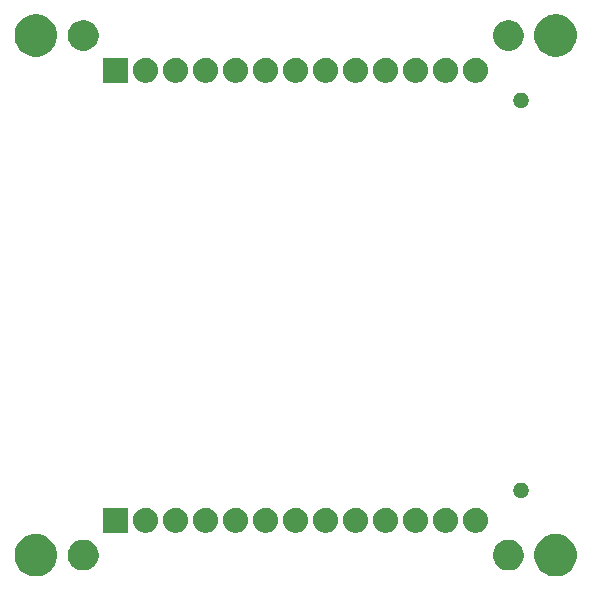
<source format=gbr>
G04 #@! TF.GenerationSoftware,KiCad,Pcbnew,5.0.2-bee76a0~70~ubuntu18.04.1*
G04 #@! TF.CreationDate,2019-05-13T00:01:04+09:00*
G04 #@! TF.ProjectId,bottom_pcb,626f7474-6f6d-45f7-9063-622e6b696361,rev?*
G04 #@! TF.SameCoordinates,Original*
G04 #@! TF.FileFunction,Soldermask,Top*
G04 #@! TF.FilePolarity,Negative*
%FSLAX46Y46*%
G04 Gerber Fmt 4.6, Leading zero omitted, Abs format (unit mm)*
G04 Created by KiCad (PCBNEW 5.0.2-bee76a0~70~ubuntu18.04.1) date 2019年05月13日 00時01分04秒*
%MOMM*%
%LPD*%
G01*
G04 APERTURE LIST*
%ADD10C,0.100000*%
G04 APERTURE END LIST*
D10*
G36*
X147409122Y-95246115D02*
X147525041Y-95269173D01*
X147852620Y-95404861D01*
X148143511Y-95599228D01*
X148147436Y-95601851D01*
X148398149Y-95852564D01*
X148398151Y-95852567D01*
X148595139Y-96147380D01*
X148730827Y-96474959D01*
X148800000Y-96822716D01*
X148800000Y-97177284D01*
X148730827Y-97525041D01*
X148595139Y-97852620D01*
X148400772Y-98143511D01*
X148398149Y-98147436D01*
X148147436Y-98398149D01*
X148147433Y-98398151D01*
X147852620Y-98595139D01*
X147525041Y-98730827D01*
X147409122Y-98753885D01*
X147177286Y-98800000D01*
X146822714Y-98800000D01*
X146590878Y-98753885D01*
X146474959Y-98730827D01*
X146147380Y-98595139D01*
X145852567Y-98398151D01*
X145852564Y-98398149D01*
X145601851Y-98147436D01*
X145599228Y-98143511D01*
X145404861Y-97852620D01*
X145269173Y-97525041D01*
X145200000Y-97177284D01*
X145200000Y-96822716D01*
X145269173Y-96474959D01*
X145404861Y-96147380D01*
X145601849Y-95852567D01*
X145601851Y-95852564D01*
X145852564Y-95601851D01*
X145856489Y-95599228D01*
X146147380Y-95404861D01*
X146474959Y-95269173D01*
X146590878Y-95246115D01*
X146822714Y-95200000D01*
X147177286Y-95200000D01*
X147409122Y-95246115D01*
X147409122Y-95246115D01*
G37*
G36*
X103409122Y-95246115D02*
X103525041Y-95269173D01*
X103852620Y-95404861D01*
X104143511Y-95599228D01*
X104147436Y-95601851D01*
X104398149Y-95852564D01*
X104398151Y-95852567D01*
X104595139Y-96147380D01*
X104730827Y-96474959D01*
X104800000Y-96822716D01*
X104800000Y-97177284D01*
X104730827Y-97525041D01*
X104595139Y-97852620D01*
X104400772Y-98143511D01*
X104398149Y-98147436D01*
X104147436Y-98398149D01*
X104147433Y-98398151D01*
X103852620Y-98595139D01*
X103525041Y-98730827D01*
X103409122Y-98753885D01*
X103177286Y-98800000D01*
X102822714Y-98800000D01*
X102590878Y-98753885D01*
X102474959Y-98730827D01*
X102147380Y-98595139D01*
X101852567Y-98398151D01*
X101852564Y-98398149D01*
X101601851Y-98147436D01*
X101599228Y-98143511D01*
X101404861Y-97852620D01*
X101269173Y-97525041D01*
X101200000Y-97177284D01*
X101200000Y-96822716D01*
X101269173Y-96474959D01*
X101404861Y-96147380D01*
X101601849Y-95852567D01*
X101601851Y-95852564D01*
X101852564Y-95601851D01*
X101856489Y-95599228D01*
X102147380Y-95404861D01*
X102474959Y-95269173D01*
X102590878Y-95246115D01*
X102822714Y-95200000D01*
X103177286Y-95200000D01*
X103409122Y-95246115D01*
X103409122Y-95246115D01*
G37*
G36*
X107379196Y-95749958D02*
X107615780Y-95847954D01*
X107828705Y-95990226D01*
X108009774Y-96171295D01*
X108152046Y-96384220D01*
X108250042Y-96620804D01*
X108300000Y-96871960D01*
X108300000Y-97128040D01*
X108250042Y-97379196D01*
X108152046Y-97615780D01*
X108009774Y-97828705D01*
X107828705Y-98009774D01*
X107615780Y-98152046D01*
X107379196Y-98250042D01*
X107128040Y-98300000D01*
X106871960Y-98300000D01*
X106620804Y-98250042D01*
X106384220Y-98152046D01*
X106171295Y-98009774D01*
X105990226Y-97828705D01*
X105847954Y-97615780D01*
X105749958Y-97379196D01*
X105700000Y-97128040D01*
X105700000Y-96871960D01*
X105749958Y-96620804D01*
X105847954Y-96384220D01*
X105990226Y-96171295D01*
X106171295Y-95990226D01*
X106384220Y-95847954D01*
X106620804Y-95749958D01*
X106871960Y-95700000D01*
X107128040Y-95700000D01*
X107379196Y-95749958D01*
X107379196Y-95749958D01*
G37*
G36*
X143379196Y-95749958D02*
X143615780Y-95847954D01*
X143828705Y-95990226D01*
X144009774Y-96171295D01*
X144152046Y-96384220D01*
X144250042Y-96620804D01*
X144300000Y-96871960D01*
X144300000Y-97128040D01*
X144250042Y-97379196D01*
X144152046Y-97615780D01*
X144009774Y-97828705D01*
X143828705Y-98009774D01*
X143615780Y-98152046D01*
X143379196Y-98250042D01*
X143128040Y-98300000D01*
X142871960Y-98300000D01*
X142620804Y-98250042D01*
X142384220Y-98152046D01*
X142171295Y-98009774D01*
X141990226Y-97828705D01*
X141847954Y-97615780D01*
X141749958Y-97379196D01*
X141700000Y-97128040D01*
X141700000Y-96871960D01*
X141749958Y-96620804D01*
X141847954Y-96384220D01*
X141990226Y-96171295D01*
X142171295Y-95990226D01*
X142384220Y-95847954D01*
X142620804Y-95749958D01*
X142871960Y-95700000D01*
X143128040Y-95700000D01*
X143379196Y-95749958D01*
X143379196Y-95749958D01*
G37*
G36*
X125118707Y-93007596D02*
X125195836Y-93015193D01*
X125327787Y-93055220D01*
X125393763Y-93075233D01*
X125576172Y-93172733D01*
X125736054Y-93303946D01*
X125867267Y-93463828D01*
X125964767Y-93646237D01*
X125964767Y-93646238D01*
X126024807Y-93844164D01*
X126045080Y-94050000D01*
X126024807Y-94255836D01*
X125984780Y-94387787D01*
X125964767Y-94453763D01*
X125867267Y-94636172D01*
X125736054Y-94796054D01*
X125576172Y-94927267D01*
X125393763Y-95024767D01*
X125327787Y-95044780D01*
X125195836Y-95084807D01*
X125118707Y-95092403D01*
X125041580Y-95100000D01*
X124938420Y-95100000D01*
X124861293Y-95092403D01*
X124784164Y-95084807D01*
X124652213Y-95044780D01*
X124586237Y-95024767D01*
X124403828Y-94927267D01*
X124243946Y-94796054D01*
X124112733Y-94636172D01*
X124015233Y-94453763D01*
X123995220Y-94387787D01*
X123955193Y-94255836D01*
X123934920Y-94050000D01*
X123955193Y-93844164D01*
X124015233Y-93646238D01*
X124015233Y-93646237D01*
X124112733Y-93463828D01*
X124243946Y-93303946D01*
X124403828Y-93172733D01*
X124586237Y-93075233D01*
X124652213Y-93055220D01*
X124784164Y-93015193D01*
X124861293Y-93007596D01*
X124938420Y-93000000D01*
X125041580Y-93000000D01*
X125118707Y-93007596D01*
X125118707Y-93007596D01*
G37*
G36*
X110800000Y-95100000D02*
X108700000Y-95100000D01*
X108700000Y-93000000D01*
X110800000Y-93000000D01*
X110800000Y-95100000D01*
X110800000Y-95100000D01*
G37*
G36*
X112418707Y-93007596D02*
X112495836Y-93015193D01*
X112627787Y-93055220D01*
X112693763Y-93075233D01*
X112876172Y-93172733D01*
X113036054Y-93303946D01*
X113167267Y-93463828D01*
X113264767Y-93646237D01*
X113264767Y-93646238D01*
X113324807Y-93844164D01*
X113345080Y-94050000D01*
X113324807Y-94255836D01*
X113284780Y-94387787D01*
X113264767Y-94453763D01*
X113167267Y-94636172D01*
X113036054Y-94796054D01*
X112876172Y-94927267D01*
X112693763Y-95024767D01*
X112627787Y-95044780D01*
X112495836Y-95084807D01*
X112418707Y-95092403D01*
X112341580Y-95100000D01*
X112238420Y-95100000D01*
X112161293Y-95092403D01*
X112084164Y-95084807D01*
X111952213Y-95044780D01*
X111886237Y-95024767D01*
X111703828Y-94927267D01*
X111543946Y-94796054D01*
X111412733Y-94636172D01*
X111315233Y-94453763D01*
X111295220Y-94387787D01*
X111255193Y-94255836D01*
X111234920Y-94050000D01*
X111255193Y-93844164D01*
X111315233Y-93646238D01*
X111315233Y-93646237D01*
X111412733Y-93463828D01*
X111543946Y-93303946D01*
X111703828Y-93172733D01*
X111886237Y-93075233D01*
X111952213Y-93055220D01*
X112084164Y-93015193D01*
X112161293Y-93007596D01*
X112238420Y-93000000D01*
X112341580Y-93000000D01*
X112418707Y-93007596D01*
X112418707Y-93007596D01*
G37*
G36*
X114958707Y-93007596D02*
X115035836Y-93015193D01*
X115167787Y-93055220D01*
X115233763Y-93075233D01*
X115416172Y-93172733D01*
X115576054Y-93303946D01*
X115707267Y-93463828D01*
X115804767Y-93646237D01*
X115804767Y-93646238D01*
X115864807Y-93844164D01*
X115885080Y-94050000D01*
X115864807Y-94255836D01*
X115824780Y-94387787D01*
X115804767Y-94453763D01*
X115707267Y-94636172D01*
X115576054Y-94796054D01*
X115416172Y-94927267D01*
X115233763Y-95024767D01*
X115167787Y-95044780D01*
X115035836Y-95084807D01*
X114958707Y-95092403D01*
X114881580Y-95100000D01*
X114778420Y-95100000D01*
X114701293Y-95092403D01*
X114624164Y-95084807D01*
X114492213Y-95044780D01*
X114426237Y-95024767D01*
X114243828Y-94927267D01*
X114083946Y-94796054D01*
X113952733Y-94636172D01*
X113855233Y-94453763D01*
X113835220Y-94387787D01*
X113795193Y-94255836D01*
X113774920Y-94050000D01*
X113795193Y-93844164D01*
X113855233Y-93646238D01*
X113855233Y-93646237D01*
X113952733Y-93463828D01*
X114083946Y-93303946D01*
X114243828Y-93172733D01*
X114426237Y-93075233D01*
X114492213Y-93055220D01*
X114624164Y-93015193D01*
X114701293Y-93007596D01*
X114778420Y-93000000D01*
X114881580Y-93000000D01*
X114958707Y-93007596D01*
X114958707Y-93007596D01*
G37*
G36*
X117498707Y-93007596D02*
X117575836Y-93015193D01*
X117707787Y-93055220D01*
X117773763Y-93075233D01*
X117956172Y-93172733D01*
X118116054Y-93303946D01*
X118247267Y-93463828D01*
X118344767Y-93646237D01*
X118344767Y-93646238D01*
X118404807Y-93844164D01*
X118425080Y-94050000D01*
X118404807Y-94255836D01*
X118364780Y-94387787D01*
X118344767Y-94453763D01*
X118247267Y-94636172D01*
X118116054Y-94796054D01*
X117956172Y-94927267D01*
X117773763Y-95024767D01*
X117707787Y-95044780D01*
X117575836Y-95084807D01*
X117498707Y-95092403D01*
X117421580Y-95100000D01*
X117318420Y-95100000D01*
X117241293Y-95092403D01*
X117164164Y-95084807D01*
X117032213Y-95044780D01*
X116966237Y-95024767D01*
X116783828Y-94927267D01*
X116623946Y-94796054D01*
X116492733Y-94636172D01*
X116395233Y-94453763D01*
X116375220Y-94387787D01*
X116335193Y-94255836D01*
X116314920Y-94050000D01*
X116335193Y-93844164D01*
X116395233Y-93646238D01*
X116395233Y-93646237D01*
X116492733Y-93463828D01*
X116623946Y-93303946D01*
X116783828Y-93172733D01*
X116966237Y-93075233D01*
X117032213Y-93055220D01*
X117164164Y-93015193D01*
X117241293Y-93007596D01*
X117318420Y-93000000D01*
X117421580Y-93000000D01*
X117498707Y-93007596D01*
X117498707Y-93007596D01*
G37*
G36*
X120038707Y-93007596D02*
X120115836Y-93015193D01*
X120247787Y-93055220D01*
X120313763Y-93075233D01*
X120496172Y-93172733D01*
X120656054Y-93303946D01*
X120787267Y-93463828D01*
X120884767Y-93646237D01*
X120884767Y-93646238D01*
X120944807Y-93844164D01*
X120965080Y-94050000D01*
X120944807Y-94255836D01*
X120904780Y-94387787D01*
X120884767Y-94453763D01*
X120787267Y-94636172D01*
X120656054Y-94796054D01*
X120496172Y-94927267D01*
X120313763Y-95024767D01*
X120247787Y-95044780D01*
X120115836Y-95084807D01*
X120038707Y-95092403D01*
X119961580Y-95100000D01*
X119858420Y-95100000D01*
X119781293Y-95092403D01*
X119704164Y-95084807D01*
X119572213Y-95044780D01*
X119506237Y-95024767D01*
X119323828Y-94927267D01*
X119163946Y-94796054D01*
X119032733Y-94636172D01*
X118935233Y-94453763D01*
X118915220Y-94387787D01*
X118875193Y-94255836D01*
X118854920Y-94050000D01*
X118875193Y-93844164D01*
X118935233Y-93646238D01*
X118935233Y-93646237D01*
X119032733Y-93463828D01*
X119163946Y-93303946D01*
X119323828Y-93172733D01*
X119506237Y-93075233D01*
X119572213Y-93055220D01*
X119704164Y-93015193D01*
X119781293Y-93007596D01*
X119858420Y-93000000D01*
X119961580Y-93000000D01*
X120038707Y-93007596D01*
X120038707Y-93007596D01*
G37*
G36*
X122578707Y-93007596D02*
X122655836Y-93015193D01*
X122787787Y-93055220D01*
X122853763Y-93075233D01*
X123036172Y-93172733D01*
X123196054Y-93303946D01*
X123327267Y-93463828D01*
X123424767Y-93646237D01*
X123424767Y-93646238D01*
X123484807Y-93844164D01*
X123505080Y-94050000D01*
X123484807Y-94255836D01*
X123444780Y-94387787D01*
X123424767Y-94453763D01*
X123327267Y-94636172D01*
X123196054Y-94796054D01*
X123036172Y-94927267D01*
X122853763Y-95024767D01*
X122787787Y-95044780D01*
X122655836Y-95084807D01*
X122578707Y-95092403D01*
X122501580Y-95100000D01*
X122398420Y-95100000D01*
X122321293Y-95092403D01*
X122244164Y-95084807D01*
X122112213Y-95044780D01*
X122046237Y-95024767D01*
X121863828Y-94927267D01*
X121703946Y-94796054D01*
X121572733Y-94636172D01*
X121475233Y-94453763D01*
X121455220Y-94387787D01*
X121415193Y-94255836D01*
X121394920Y-94050000D01*
X121415193Y-93844164D01*
X121475233Y-93646238D01*
X121475233Y-93646237D01*
X121572733Y-93463828D01*
X121703946Y-93303946D01*
X121863828Y-93172733D01*
X122046237Y-93075233D01*
X122112213Y-93055220D01*
X122244164Y-93015193D01*
X122321293Y-93007596D01*
X122398420Y-93000000D01*
X122501580Y-93000000D01*
X122578707Y-93007596D01*
X122578707Y-93007596D01*
G37*
G36*
X127658707Y-93007596D02*
X127735836Y-93015193D01*
X127867787Y-93055220D01*
X127933763Y-93075233D01*
X128116172Y-93172733D01*
X128276054Y-93303946D01*
X128407267Y-93463828D01*
X128504767Y-93646237D01*
X128504767Y-93646238D01*
X128564807Y-93844164D01*
X128585080Y-94050000D01*
X128564807Y-94255836D01*
X128524780Y-94387787D01*
X128504767Y-94453763D01*
X128407267Y-94636172D01*
X128276054Y-94796054D01*
X128116172Y-94927267D01*
X127933763Y-95024767D01*
X127867787Y-95044780D01*
X127735836Y-95084807D01*
X127658707Y-95092403D01*
X127581580Y-95100000D01*
X127478420Y-95100000D01*
X127401293Y-95092403D01*
X127324164Y-95084807D01*
X127192213Y-95044780D01*
X127126237Y-95024767D01*
X126943828Y-94927267D01*
X126783946Y-94796054D01*
X126652733Y-94636172D01*
X126555233Y-94453763D01*
X126535220Y-94387787D01*
X126495193Y-94255836D01*
X126474920Y-94050000D01*
X126495193Y-93844164D01*
X126555233Y-93646238D01*
X126555233Y-93646237D01*
X126652733Y-93463828D01*
X126783946Y-93303946D01*
X126943828Y-93172733D01*
X127126237Y-93075233D01*
X127192213Y-93055220D01*
X127324164Y-93015193D01*
X127401293Y-93007596D01*
X127478420Y-93000000D01*
X127581580Y-93000000D01*
X127658707Y-93007596D01*
X127658707Y-93007596D01*
G37*
G36*
X130198707Y-93007596D02*
X130275836Y-93015193D01*
X130407787Y-93055220D01*
X130473763Y-93075233D01*
X130656172Y-93172733D01*
X130816054Y-93303946D01*
X130947267Y-93463828D01*
X131044767Y-93646237D01*
X131044767Y-93646238D01*
X131104807Y-93844164D01*
X131125080Y-94050000D01*
X131104807Y-94255836D01*
X131064780Y-94387787D01*
X131044767Y-94453763D01*
X130947267Y-94636172D01*
X130816054Y-94796054D01*
X130656172Y-94927267D01*
X130473763Y-95024767D01*
X130407787Y-95044780D01*
X130275836Y-95084807D01*
X130198707Y-95092403D01*
X130121580Y-95100000D01*
X130018420Y-95100000D01*
X129941293Y-95092403D01*
X129864164Y-95084807D01*
X129732213Y-95044780D01*
X129666237Y-95024767D01*
X129483828Y-94927267D01*
X129323946Y-94796054D01*
X129192733Y-94636172D01*
X129095233Y-94453763D01*
X129075220Y-94387787D01*
X129035193Y-94255836D01*
X129014920Y-94050000D01*
X129035193Y-93844164D01*
X129095233Y-93646238D01*
X129095233Y-93646237D01*
X129192733Y-93463828D01*
X129323946Y-93303946D01*
X129483828Y-93172733D01*
X129666237Y-93075233D01*
X129732213Y-93055220D01*
X129864164Y-93015193D01*
X129941293Y-93007596D01*
X130018420Y-93000000D01*
X130121580Y-93000000D01*
X130198707Y-93007596D01*
X130198707Y-93007596D01*
G37*
G36*
X135278707Y-93007596D02*
X135355836Y-93015193D01*
X135487787Y-93055220D01*
X135553763Y-93075233D01*
X135736172Y-93172733D01*
X135896054Y-93303946D01*
X136027267Y-93463828D01*
X136124767Y-93646237D01*
X136124767Y-93646238D01*
X136184807Y-93844164D01*
X136205080Y-94050000D01*
X136184807Y-94255836D01*
X136144780Y-94387787D01*
X136124767Y-94453763D01*
X136027267Y-94636172D01*
X135896054Y-94796054D01*
X135736172Y-94927267D01*
X135553763Y-95024767D01*
X135487787Y-95044780D01*
X135355836Y-95084807D01*
X135278707Y-95092403D01*
X135201580Y-95100000D01*
X135098420Y-95100000D01*
X135021293Y-95092403D01*
X134944164Y-95084807D01*
X134812213Y-95044780D01*
X134746237Y-95024767D01*
X134563828Y-94927267D01*
X134403946Y-94796054D01*
X134272733Y-94636172D01*
X134175233Y-94453763D01*
X134155220Y-94387787D01*
X134115193Y-94255836D01*
X134094920Y-94050000D01*
X134115193Y-93844164D01*
X134175233Y-93646238D01*
X134175233Y-93646237D01*
X134272733Y-93463828D01*
X134403946Y-93303946D01*
X134563828Y-93172733D01*
X134746237Y-93075233D01*
X134812213Y-93055220D01*
X134944164Y-93015193D01*
X135021293Y-93007596D01*
X135098420Y-93000000D01*
X135201580Y-93000000D01*
X135278707Y-93007596D01*
X135278707Y-93007596D01*
G37*
G36*
X137818707Y-93007596D02*
X137895836Y-93015193D01*
X138027787Y-93055220D01*
X138093763Y-93075233D01*
X138276172Y-93172733D01*
X138436054Y-93303946D01*
X138567267Y-93463828D01*
X138664767Y-93646237D01*
X138664767Y-93646238D01*
X138724807Y-93844164D01*
X138745080Y-94050000D01*
X138724807Y-94255836D01*
X138684780Y-94387787D01*
X138664767Y-94453763D01*
X138567267Y-94636172D01*
X138436054Y-94796054D01*
X138276172Y-94927267D01*
X138093763Y-95024767D01*
X138027787Y-95044780D01*
X137895836Y-95084807D01*
X137818707Y-95092403D01*
X137741580Y-95100000D01*
X137638420Y-95100000D01*
X137561293Y-95092403D01*
X137484164Y-95084807D01*
X137352213Y-95044780D01*
X137286237Y-95024767D01*
X137103828Y-94927267D01*
X136943946Y-94796054D01*
X136812733Y-94636172D01*
X136715233Y-94453763D01*
X136695220Y-94387787D01*
X136655193Y-94255836D01*
X136634920Y-94050000D01*
X136655193Y-93844164D01*
X136715233Y-93646238D01*
X136715233Y-93646237D01*
X136812733Y-93463828D01*
X136943946Y-93303946D01*
X137103828Y-93172733D01*
X137286237Y-93075233D01*
X137352213Y-93055220D01*
X137484164Y-93015193D01*
X137561293Y-93007596D01*
X137638420Y-93000000D01*
X137741580Y-93000000D01*
X137818707Y-93007596D01*
X137818707Y-93007596D01*
G37*
G36*
X132738707Y-93007596D02*
X132815836Y-93015193D01*
X132947787Y-93055220D01*
X133013763Y-93075233D01*
X133196172Y-93172733D01*
X133356054Y-93303946D01*
X133487267Y-93463828D01*
X133584767Y-93646237D01*
X133584767Y-93646238D01*
X133644807Y-93844164D01*
X133665080Y-94050000D01*
X133644807Y-94255836D01*
X133604780Y-94387787D01*
X133584767Y-94453763D01*
X133487267Y-94636172D01*
X133356054Y-94796054D01*
X133196172Y-94927267D01*
X133013763Y-95024767D01*
X132947787Y-95044780D01*
X132815836Y-95084807D01*
X132738707Y-95092403D01*
X132661580Y-95100000D01*
X132558420Y-95100000D01*
X132481293Y-95092403D01*
X132404164Y-95084807D01*
X132272213Y-95044780D01*
X132206237Y-95024767D01*
X132023828Y-94927267D01*
X131863946Y-94796054D01*
X131732733Y-94636172D01*
X131635233Y-94453763D01*
X131615220Y-94387787D01*
X131575193Y-94255836D01*
X131554920Y-94050000D01*
X131575193Y-93844164D01*
X131635233Y-93646238D01*
X131635233Y-93646237D01*
X131732733Y-93463828D01*
X131863946Y-93303946D01*
X132023828Y-93172733D01*
X132206237Y-93075233D01*
X132272213Y-93055220D01*
X132404164Y-93015193D01*
X132481293Y-93007596D01*
X132558420Y-93000000D01*
X132661580Y-93000000D01*
X132738707Y-93007596D01*
X132738707Y-93007596D01*
G37*
G36*
X140358707Y-93007596D02*
X140435836Y-93015193D01*
X140567787Y-93055220D01*
X140633763Y-93075233D01*
X140816172Y-93172733D01*
X140976054Y-93303946D01*
X141107267Y-93463828D01*
X141204767Y-93646237D01*
X141204767Y-93646238D01*
X141264807Y-93844164D01*
X141285080Y-94050000D01*
X141264807Y-94255836D01*
X141224780Y-94387787D01*
X141204767Y-94453763D01*
X141107267Y-94636172D01*
X140976054Y-94796054D01*
X140816172Y-94927267D01*
X140633763Y-95024767D01*
X140567787Y-95044780D01*
X140435836Y-95084807D01*
X140358707Y-95092403D01*
X140281580Y-95100000D01*
X140178420Y-95100000D01*
X140101293Y-95092403D01*
X140024164Y-95084807D01*
X139892213Y-95044780D01*
X139826237Y-95024767D01*
X139643828Y-94927267D01*
X139483946Y-94796054D01*
X139352733Y-94636172D01*
X139255233Y-94453763D01*
X139235220Y-94387787D01*
X139195193Y-94255836D01*
X139174920Y-94050000D01*
X139195193Y-93844164D01*
X139255233Y-93646238D01*
X139255233Y-93646237D01*
X139352733Y-93463828D01*
X139483946Y-93303946D01*
X139643828Y-93172733D01*
X139826237Y-93075233D01*
X139892213Y-93055220D01*
X140024164Y-93015193D01*
X140101293Y-93007596D01*
X140178420Y-93000000D01*
X140281580Y-93000000D01*
X140358707Y-93007596D01*
X140358707Y-93007596D01*
G37*
G36*
X144221738Y-90876653D02*
X144263598Y-90884979D01*
X144298245Y-90899330D01*
X144381890Y-90933977D01*
X144488354Y-91005114D01*
X144578886Y-91095646D01*
X144650023Y-91202110D01*
X144699021Y-91320403D01*
X144724000Y-91445979D01*
X144724000Y-91574021D01*
X144699021Y-91699597D01*
X144650023Y-91817890D01*
X144578886Y-91924354D01*
X144488354Y-92014886D01*
X144381890Y-92086023D01*
X144298245Y-92120670D01*
X144263598Y-92135021D01*
X144221738Y-92143347D01*
X144138021Y-92160000D01*
X144009979Y-92160000D01*
X143926262Y-92143347D01*
X143884402Y-92135021D01*
X143849755Y-92120670D01*
X143766110Y-92086023D01*
X143659646Y-92014886D01*
X143569114Y-91924354D01*
X143497977Y-91817890D01*
X143448979Y-91699597D01*
X143424000Y-91574021D01*
X143424000Y-91445979D01*
X143448979Y-91320403D01*
X143497977Y-91202110D01*
X143569114Y-91095646D01*
X143659646Y-91005114D01*
X143766110Y-90933977D01*
X143849755Y-90899330D01*
X143884402Y-90884979D01*
X143926262Y-90876653D01*
X144009979Y-90860000D01*
X144138021Y-90860000D01*
X144221738Y-90876653D01*
X144221738Y-90876653D01*
G37*
G36*
X144221738Y-57856653D02*
X144263598Y-57864979D01*
X144298245Y-57879330D01*
X144381890Y-57913977D01*
X144488354Y-57985114D01*
X144578886Y-58075646D01*
X144650023Y-58182110D01*
X144699021Y-58300403D01*
X144724000Y-58425979D01*
X144724000Y-58554021D01*
X144699021Y-58679597D01*
X144650023Y-58797890D01*
X144578886Y-58904354D01*
X144488354Y-58994886D01*
X144381890Y-59066023D01*
X144298245Y-59100670D01*
X144263598Y-59115021D01*
X144221738Y-59123347D01*
X144138021Y-59140000D01*
X144009979Y-59140000D01*
X143926262Y-59123347D01*
X143884402Y-59115021D01*
X143849755Y-59100670D01*
X143766110Y-59066023D01*
X143659646Y-58994886D01*
X143569114Y-58904354D01*
X143497977Y-58797890D01*
X143448979Y-58679597D01*
X143424000Y-58554021D01*
X143424000Y-58425979D01*
X143448979Y-58300403D01*
X143497977Y-58182110D01*
X143569114Y-58075646D01*
X143659646Y-57985114D01*
X143766110Y-57913977D01*
X143849755Y-57879330D01*
X143884402Y-57864979D01*
X143926262Y-57856653D01*
X144009979Y-57840000D01*
X144138021Y-57840000D01*
X144221738Y-57856653D01*
X144221738Y-57856653D01*
G37*
G36*
X140358707Y-54907596D02*
X140435836Y-54915193D01*
X140567787Y-54955220D01*
X140633763Y-54975233D01*
X140816172Y-55072733D01*
X140976054Y-55203946D01*
X141107267Y-55363828D01*
X141204767Y-55546237D01*
X141204767Y-55546238D01*
X141264807Y-55744164D01*
X141285080Y-55950000D01*
X141264807Y-56155836D01*
X141224780Y-56287787D01*
X141204767Y-56353763D01*
X141107267Y-56536172D01*
X140976054Y-56696054D01*
X140816172Y-56827267D01*
X140633763Y-56924767D01*
X140567787Y-56944780D01*
X140435836Y-56984807D01*
X140358707Y-56992403D01*
X140281580Y-57000000D01*
X140178420Y-57000000D01*
X140101293Y-56992403D01*
X140024164Y-56984807D01*
X139892213Y-56944780D01*
X139826237Y-56924767D01*
X139643828Y-56827267D01*
X139483946Y-56696054D01*
X139352733Y-56536172D01*
X139255233Y-56353763D01*
X139235220Y-56287787D01*
X139195193Y-56155836D01*
X139174920Y-55950000D01*
X139195193Y-55744164D01*
X139255233Y-55546238D01*
X139255233Y-55546237D01*
X139352733Y-55363828D01*
X139483946Y-55203946D01*
X139643828Y-55072733D01*
X139826237Y-54975233D01*
X139892213Y-54955220D01*
X140024164Y-54915193D01*
X140101293Y-54907596D01*
X140178420Y-54900000D01*
X140281580Y-54900000D01*
X140358707Y-54907596D01*
X140358707Y-54907596D01*
G37*
G36*
X117498707Y-54907596D02*
X117575836Y-54915193D01*
X117707787Y-54955220D01*
X117773763Y-54975233D01*
X117956172Y-55072733D01*
X118116054Y-55203946D01*
X118247267Y-55363828D01*
X118344767Y-55546237D01*
X118344767Y-55546238D01*
X118404807Y-55744164D01*
X118425080Y-55950000D01*
X118404807Y-56155836D01*
X118364780Y-56287787D01*
X118344767Y-56353763D01*
X118247267Y-56536172D01*
X118116054Y-56696054D01*
X117956172Y-56827267D01*
X117773763Y-56924767D01*
X117707787Y-56944780D01*
X117575836Y-56984807D01*
X117498707Y-56992403D01*
X117421580Y-57000000D01*
X117318420Y-57000000D01*
X117241293Y-56992403D01*
X117164164Y-56984807D01*
X117032213Y-56944780D01*
X116966237Y-56924767D01*
X116783828Y-56827267D01*
X116623946Y-56696054D01*
X116492733Y-56536172D01*
X116395233Y-56353763D01*
X116375220Y-56287787D01*
X116335193Y-56155836D01*
X116314920Y-55950000D01*
X116335193Y-55744164D01*
X116395233Y-55546238D01*
X116395233Y-55546237D01*
X116492733Y-55363828D01*
X116623946Y-55203946D01*
X116783828Y-55072733D01*
X116966237Y-54975233D01*
X117032213Y-54955220D01*
X117164164Y-54915193D01*
X117241293Y-54907596D01*
X117318420Y-54900000D01*
X117421580Y-54900000D01*
X117498707Y-54907596D01*
X117498707Y-54907596D01*
G37*
G36*
X122578707Y-54907596D02*
X122655836Y-54915193D01*
X122787787Y-54955220D01*
X122853763Y-54975233D01*
X123036172Y-55072733D01*
X123196054Y-55203946D01*
X123327267Y-55363828D01*
X123424767Y-55546237D01*
X123424767Y-55546238D01*
X123484807Y-55744164D01*
X123505080Y-55950000D01*
X123484807Y-56155836D01*
X123444780Y-56287787D01*
X123424767Y-56353763D01*
X123327267Y-56536172D01*
X123196054Y-56696054D01*
X123036172Y-56827267D01*
X122853763Y-56924767D01*
X122787787Y-56944780D01*
X122655836Y-56984807D01*
X122578707Y-56992403D01*
X122501580Y-57000000D01*
X122398420Y-57000000D01*
X122321293Y-56992403D01*
X122244164Y-56984807D01*
X122112213Y-56944780D01*
X122046237Y-56924767D01*
X121863828Y-56827267D01*
X121703946Y-56696054D01*
X121572733Y-56536172D01*
X121475233Y-56353763D01*
X121455220Y-56287787D01*
X121415193Y-56155836D01*
X121394920Y-55950000D01*
X121415193Y-55744164D01*
X121475233Y-55546238D01*
X121475233Y-55546237D01*
X121572733Y-55363828D01*
X121703946Y-55203946D01*
X121863828Y-55072733D01*
X122046237Y-54975233D01*
X122112213Y-54955220D01*
X122244164Y-54915193D01*
X122321293Y-54907596D01*
X122398420Y-54900000D01*
X122501580Y-54900000D01*
X122578707Y-54907596D01*
X122578707Y-54907596D01*
G37*
G36*
X125118707Y-54907596D02*
X125195836Y-54915193D01*
X125327787Y-54955220D01*
X125393763Y-54975233D01*
X125576172Y-55072733D01*
X125736054Y-55203946D01*
X125867267Y-55363828D01*
X125964767Y-55546237D01*
X125964767Y-55546238D01*
X126024807Y-55744164D01*
X126045080Y-55950000D01*
X126024807Y-56155836D01*
X125984780Y-56287787D01*
X125964767Y-56353763D01*
X125867267Y-56536172D01*
X125736054Y-56696054D01*
X125576172Y-56827267D01*
X125393763Y-56924767D01*
X125327787Y-56944780D01*
X125195836Y-56984807D01*
X125118707Y-56992403D01*
X125041580Y-57000000D01*
X124938420Y-57000000D01*
X124861293Y-56992403D01*
X124784164Y-56984807D01*
X124652213Y-56944780D01*
X124586237Y-56924767D01*
X124403828Y-56827267D01*
X124243946Y-56696054D01*
X124112733Y-56536172D01*
X124015233Y-56353763D01*
X123995220Y-56287787D01*
X123955193Y-56155836D01*
X123934920Y-55950000D01*
X123955193Y-55744164D01*
X124015233Y-55546238D01*
X124015233Y-55546237D01*
X124112733Y-55363828D01*
X124243946Y-55203946D01*
X124403828Y-55072733D01*
X124586237Y-54975233D01*
X124652213Y-54955220D01*
X124784164Y-54915193D01*
X124861293Y-54907596D01*
X124938420Y-54900000D01*
X125041580Y-54900000D01*
X125118707Y-54907596D01*
X125118707Y-54907596D01*
G37*
G36*
X120038707Y-54907596D02*
X120115836Y-54915193D01*
X120247787Y-54955220D01*
X120313763Y-54975233D01*
X120496172Y-55072733D01*
X120656054Y-55203946D01*
X120787267Y-55363828D01*
X120884767Y-55546237D01*
X120884767Y-55546238D01*
X120944807Y-55744164D01*
X120965080Y-55950000D01*
X120944807Y-56155836D01*
X120904780Y-56287787D01*
X120884767Y-56353763D01*
X120787267Y-56536172D01*
X120656054Y-56696054D01*
X120496172Y-56827267D01*
X120313763Y-56924767D01*
X120247787Y-56944780D01*
X120115836Y-56984807D01*
X120038707Y-56992403D01*
X119961580Y-57000000D01*
X119858420Y-57000000D01*
X119781293Y-56992403D01*
X119704164Y-56984807D01*
X119572213Y-56944780D01*
X119506237Y-56924767D01*
X119323828Y-56827267D01*
X119163946Y-56696054D01*
X119032733Y-56536172D01*
X118935233Y-56353763D01*
X118915220Y-56287787D01*
X118875193Y-56155836D01*
X118854920Y-55950000D01*
X118875193Y-55744164D01*
X118935233Y-55546238D01*
X118935233Y-55546237D01*
X119032733Y-55363828D01*
X119163946Y-55203946D01*
X119323828Y-55072733D01*
X119506237Y-54975233D01*
X119572213Y-54955220D01*
X119704164Y-54915193D01*
X119781293Y-54907596D01*
X119858420Y-54900000D01*
X119961580Y-54900000D01*
X120038707Y-54907596D01*
X120038707Y-54907596D01*
G37*
G36*
X127658707Y-54907596D02*
X127735836Y-54915193D01*
X127867787Y-54955220D01*
X127933763Y-54975233D01*
X128116172Y-55072733D01*
X128276054Y-55203946D01*
X128407267Y-55363828D01*
X128504767Y-55546237D01*
X128504767Y-55546238D01*
X128564807Y-55744164D01*
X128585080Y-55950000D01*
X128564807Y-56155836D01*
X128524780Y-56287787D01*
X128504767Y-56353763D01*
X128407267Y-56536172D01*
X128276054Y-56696054D01*
X128116172Y-56827267D01*
X127933763Y-56924767D01*
X127867787Y-56944780D01*
X127735836Y-56984807D01*
X127658707Y-56992403D01*
X127581580Y-57000000D01*
X127478420Y-57000000D01*
X127401293Y-56992403D01*
X127324164Y-56984807D01*
X127192213Y-56944780D01*
X127126237Y-56924767D01*
X126943828Y-56827267D01*
X126783946Y-56696054D01*
X126652733Y-56536172D01*
X126555233Y-56353763D01*
X126535220Y-56287787D01*
X126495193Y-56155836D01*
X126474920Y-55950000D01*
X126495193Y-55744164D01*
X126555233Y-55546238D01*
X126555233Y-55546237D01*
X126652733Y-55363828D01*
X126783946Y-55203946D01*
X126943828Y-55072733D01*
X127126237Y-54975233D01*
X127192213Y-54955220D01*
X127324164Y-54915193D01*
X127401293Y-54907596D01*
X127478420Y-54900000D01*
X127581580Y-54900000D01*
X127658707Y-54907596D01*
X127658707Y-54907596D01*
G37*
G36*
X112418707Y-54907596D02*
X112495836Y-54915193D01*
X112627787Y-54955220D01*
X112693763Y-54975233D01*
X112876172Y-55072733D01*
X113036054Y-55203946D01*
X113167267Y-55363828D01*
X113264767Y-55546237D01*
X113264767Y-55546238D01*
X113324807Y-55744164D01*
X113345080Y-55950000D01*
X113324807Y-56155836D01*
X113284780Y-56287787D01*
X113264767Y-56353763D01*
X113167267Y-56536172D01*
X113036054Y-56696054D01*
X112876172Y-56827267D01*
X112693763Y-56924767D01*
X112627787Y-56944780D01*
X112495836Y-56984807D01*
X112418707Y-56992403D01*
X112341580Y-57000000D01*
X112238420Y-57000000D01*
X112161293Y-56992403D01*
X112084164Y-56984807D01*
X111952213Y-56944780D01*
X111886237Y-56924767D01*
X111703828Y-56827267D01*
X111543946Y-56696054D01*
X111412733Y-56536172D01*
X111315233Y-56353763D01*
X111295220Y-56287787D01*
X111255193Y-56155836D01*
X111234920Y-55950000D01*
X111255193Y-55744164D01*
X111315233Y-55546238D01*
X111315233Y-55546237D01*
X111412733Y-55363828D01*
X111543946Y-55203946D01*
X111703828Y-55072733D01*
X111886237Y-54975233D01*
X111952213Y-54955220D01*
X112084164Y-54915193D01*
X112161293Y-54907596D01*
X112238420Y-54900000D01*
X112341580Y-54900000D01*
X112418707Y-54907596D01*
X112418707Y-54907596D01*
G37*
G36*
X110800000Y-57000000D02*
X108700000Y-57000000D01*
X108700000Y-54900000D01*
X110800000Y-54900000D01*
X110800000Y-57000000D01*
X110800000Y-57000000D01*
G37*
G36*
X130198707Y-54907596D02*
X130275836Y-54915193D01*
X130407787Y-54955220D01*
X130473763Y-54975233D01*
X130656172Y-55072733D01*
X130816054Y-55203946D01*
X130947267Y-55363828D01*
X131044767Y-55546237D01*
X131044767Y-55546238D01*
X131104807Y-55744164D01*
X131125080Y-55950000D01*
X131104807Y-56155836D01*
X131064780Y-56287787D01*
X131044767Y-56353763D01*
X130947267Y-56536172D01*
X130816054Y-56696054D01*
X130656172Y-56827267D01*
X130473763Y-56924767D01*
X130407787Y-56944780D01*
X130275836Y-56984807D01*
X130198707Y-56992403D01*
X130121580Y-57000000D01*
X130018420Y-57000000D01*
X129941293Y-56992403D01*
X129864164Y-56984807D01*
X129732213Y-56944780D01*
X129666237Y-56924767D01*
X129483828Y-56827267D01*
X129323946Y-56696054D01*
X129192733Y-56536172D01*
X129095233Y-56353763D01*
X129075220Y-56287787D01*
X129035193Y-56155836D01*
X129014920Y-55950000D01*
X129035193Y-55744164D01*
X129095233Y-55546238D01*
X129095233Y-55546237D01*
X129192733Y-55363828D01*
X129323946Y-55203946D01*
X129483828Y-55072733D01*
X129666237Y-54975233D01*
X129732213Y-54955220D01*
X129864164Y-54915193D01*
X129941293Y-54907596D01*
X130018420Y-54900000D01*
X130121580Y-54900000D01*
X130198707Y-54907596D01*
X130198707Y-54907596D01*
G37*
G36*
X132738707Y-54907596D02*
X132815836Y-54915193D01*
X132947787Y-54955220D01*
X133013763Y-54975233D01*
X133196172Y-55072733D01*
X133356054Y-55203946D01*
X133487267Y-55363828D01*
X133584767Y-55546237D01*
X133584767Y-55546238D01*
X133644807Y-55744164D01*
X133665080Y-55950000D01*
X133644807Y-56155836D01*
X133604780Y-56287787D01*
X133584767Y-56353763D01*
X133487267Y-56536172D01*
X133356054Y-56696054D01*
X133196172Y-56827267D01*
X133013763Y-56924767D01*
X132947787Y-56944780D01*
X132815836Y-56984807D01*
X132738707Y-56992403D01*
X132661580Y-57000000D01*
X132558420Y-57000000D01*
X132481293Y-56992403D01*
X132404164Y-56984807D01*
X132272213Y-56944780D01*
X132206237Y-56924767D01*
X132023828Y-56827267D01*
X131863946Y-56696054D01*
X131732733Y-56536172D01*
X131635233Y-56353763D01*
X131615220Y-56287787D01*
X131575193Y-56155836D01*
X131554920Y-55950000D01*
X131575193Y-55744164D01*
X131635233Y-55546238D01*
X131635233Y-55546237D01*
X131732733Y-55363828D01*
X131863946Y-55203946D01*
X132023828Y-55072733D01*
X132206237Y-54975233D01*
X132272213Y-54955220D01*
X132404164Y-54915193D01*
X132481293Y-54907596D01*
X132558420Y-54900000D01*
X132661580Y-54900000D01*
X132738707Y-54907596D01*
X132738707Y-54907596D01*
G37*
G36*
X135278707Y-54907596D02*
X135355836Y-54915193D01*
X135487787Y-54955220D01*
X135553763Y-54975233D01*
X135736172Y-55072733D01*
X135896054Y-55203946D01*
X136027267Y-55363828D01*
X136124767Y-55546237D01*
X136124767Y-55546238D01*
X136184807Y-55744164D01*
X136205080Y-55950000D01*
X136184807Y-56155836D01*
X136144780Y-56287787D01*
X136124767Y-56353763D01*
X136027267Y-56536172D01*
X135896054Y-56696054D01*
X135736172Y-56827267D01*
X135553763Y-56924767D01*
X135487787Y-56944780D01*
X135355836Y-56984807D01*
X135278707Y-56992403D01*
X135201580Y-57000000D01*
X135098420Y-57000000D01*
X135021293Y-56992403D01*
X134944164Y-56984807D01*
X134812213Y-56944780D01*
X134746237Y-56924767D01*
X134563828Y-56827267D01*
X134403946Y-56696054D01*
X134272733Y-56536172D01*
X134175233Y-56353763D01*
X134155220Y-56287787D01*
X134115193Y-56155836D01*
X134094920Y-55950000D01*
X134115193Y-55744164D01*
X134175233Y-55546238D01*
X134175233Y-55546237D01*
X134272733Y-55363828D01*
X134403946Y-55203946D01*
X134563828Y-55072733D01*
X134746237Y-54975233D01*
X134812213Y-54955220D01*
X134944164Y-54915193D01*
X135021293Y-54907596D01*
X135098420Y-54900000D01*
X135201580Y-54900000D01*
X135278707Y-54907596D01*
X135278707Y-54907596D01*
G37*
G36*
X137818707Y-54907596D02*
X137895836Y-54915193D01*
X138027787Y-54955220D01*
X138093763Y-54975233D01*
X138276172Y-55072733D01*
X138436054Y-55203946D01*
X138567267Y-55363828D01*
X138664767Y-55546237D01*
X138664767Y-55546238D01*
X138724807Y-55744164D01*
X138745080Y-55950000D01*
X138724807Y-56155836D01*
X138684780Y-56287787D01*
X138664767Y-56353763D01*
X138567267Y-56536172D01*
X138436054Y-56696054D01*
X138276172Y-56827267D01*
X138093763Y-56924767D01*
X138027787Y-56944780D01*
X137895836Y-56984807D01*
X137818707Y-56992403D01*
X137741580Y-57000000D01*
X137638420Y-57000000D01*
X137561293Y-56992403D01*
X137484164Y-56984807D01*
X137352213Y-56944780D01*
X137286237Y-56924767D01*
X137103828Y-56827267D01*
X136943946Y-56696054D01*
X136812733Y-56536172D01*
X136715233Y-56353763D01*
X136695220Y-56287787D01*
X136655193Y-56155836D01*
X136634920Y-55950000D01*
X136655193Y-55744164D01*
X136715233Y-55546238D01*
X136715233Y-55546237D01*
X136812733Y-55363828D01*
X136943946Y-55203946D01*
X137103828Y-55072733D01*
X137286237Y-54975233D01*
X137352213Y-54955220D01*
X137484164Y-54915193D01*
X137561293Y-54907596D01*
X137638420Y-54900000D01*
X137741580Y-54900000D01*
X137818707Y-54907596D01*
X137818707Y-54907596D01*
G37*
G36*
X114958707Y-54907596D02*
X115035836Y-54915193D01*
X115167787Y-54955220D01*
X115233763Y-54975233D01*
X115416172Y-55072733D01*
X115576054Y-55203946D01*
X115707267Y-55363828D01*
X115804767Y-55546237D01*
X115804767Y-55546238D01*
X115864807Y-55744164D01*
X115885080Y-55950000D01*
X115864807Y-56155836D01*
X115824780Y-56287787D01*
X115804767Y-56353763D01*
X115707267Y-56536172D01*
X115576054Y-56696054D01*
X115416172Y-56827267D01*
X115233763Y-56924767D01*
X115167787Y-56944780D01*
X115035836Y-56984807D01*
X114958707Y-56992403D01*
X114881580Y-57000000D01*
X114778420Y-57000000D01*
X114701293Y-56992403D01*
X114624164Y-56984807D01*
X114492213Y-56944780D01*
X114426237Y-56924767D01*
X114243828Y-56827267D01*
X114083946Y-56696054D01*
X113952733Y-56536172D01*
X113855233Y-56353763D01*
X113835220Y-56287787D01*
X113795193Y-56155836D01*
X113774920Y-55950000D01*
X113795193Y-55744164D01*
X113855233Y-55546238D01*
X113855233Y-55546237D01*
X113952733Y-55363828D01*
X114083946Y-55203946D01*
X114243828Y-55072733D01*
X114426237Y-54975233D01*
X114492213Y-54955220D01*
X114624164Y-54915193D01*
X114701293Y-54907596D01*
X114778420Y-54900000D01*
X114881580Y-54900000D01*
X114958707Y-54907596D01*
X114958707Y-54907596D01*
G37*
G36*
X103409122Y-51246115D02*
X103525041Y-51269173D01*
X103852620Y-51404861D01*
X104143511Y-51599228D01*
X104147436Y-51601851D01*
X104398149Y-51852564D01*
X104398151Y-51852567D01*
X104595139Y-52147380D01*
X104730827Y-52474959D01*
X104800000Y-52822716D01*
X104800000Y-53177284D01*
X104730827Y-53525041D01*
X104595139Y-53852620D01*
X104400772Y-54143511D01*
X104398149Y-54147436D01*
X104147436Y-54398149D01*
X104147433Y-54398151D01*
X103852620Y-54595139D01*
X103525041Y-54730827D01*
X103409122Y-54753885D01*
X103177286Y-54800000D01*
X102822714Y-54800000D01*
X102590878Y-54753885D01*
X102474959Y-54730827D01*
X102147380Y-54595139D01*
X101852567Y-54398151D01*
X101852564Y-54398149D01*
X101601851Y-54147436D01*
X101599228Y-54143511D01*
X101404861Y-53852620D01*
X101269173Y-53525041D01*
X101200000Y-53177284D01*
X101200000Y-52822716D01*
X101269173Y-52474959D01*
X101404861Y-52147380D01*
X101601849Y-51852567D01*
X101601851Y-51852564D01*
X101852564Y-51601851D01*
X101856489Y-51599228D01*
X102147380Y-51404861D01*
X102474959Y-51269173D01*
X102590878Y-51246115D01*
X102822714Y-51200000D01*
X103177286Y-51200000D01*
X103409122Y-51246115D01*
X103409122Y-51246115D01*
G37*
G36*
X147409122Y-51246115D02*
X147525041Y-51269173D01*
X147852620Y-51404861D01*
X148143511Y-51599228D01*
X148147436Y-51601851D01*
X148398149Y-51852564D01*
X148398151Y-51852567D01*
X148595139Y-52147380D01*
X148730827Y-52474959D01*
X148800000Y-52822716D01*
X148800000Y-53177284D01*
X148730827Y-53525041D01*
X148595139Y-53852620D01*
X148400772Y-54143511D01*
X148398149Y-54147436D01*
X148147436Y-54398149D01*
X148147433Y-54398151D01*
X147852620Y-54595139D01*
X147525041Y-54730827D01*
X147409122Y-54753885D01*
X147177286Y-54800000D01*
X146822714Y-54800000D01*
X146590878Y-54753885D01*
X146474959Y-54730827D01*
X146147380Y-54595139D01*
X145852567Y-54398151D01*
X145852564Y-54398149D01*
X145601851Y-54147436D01*
X145599228Y-54143511D01*
X145404861Y-53852620D01*
X145269173Y-53525041D01*
X145200000Y-53177284D01*
X145200000Y-52822716D01*
X145269173Y-52474959D01*
X145404861Y-52147380D01*
X145601849Y-51852567D01*
X145601851Y-51852564D01*
X145852564Y-51601851D01*
X145856489Y-51599228D01*
X146147380Y-51404861D01*
X146474959Y-51269173D01*
X146590878Y-51246115D01*
X146822714Y-51200000D01*
X147177286Y-51200000D01*
X147409122Y-51246115D01*
X147409122Y-51246115D01*
G37*
G36*
X107379196Y-51749958D02*
X107615780Y-51847954D01*
X107828705Y-51990226D01*
X108009774Y-52171295D01*
X108152046Y-52384220D01*
X108250042Y-52620804D01*
X108300000Y-52871960D01*
X108300000Y-53128040D01*
X108250042Y-53379196D01*
X108152046Y-53615780D01*
X108009774Y-53828705D01*
X107828705Y-54009774D01*
X107615780Y-54152046D01*
X107379196Y-54250042D01*
X107128040Y-54300000D01*
X106871960Y-54300000D01*
X106620804Y-54250042D01*
X106384220Y-54152046D01*
X106171295Y-54009774D01*
X105990226Y-53828705D01*
X105847954Y-53615780D01*
X105749958Y-53379196D01*
X105700000Y-53128040D01*
X105700000Y-52871960D01*
X105749958Y-52620804D01*
X105847954Y-52384220D01*
X105990226Y-52171295D01*
X106171295Y-51990226D01*
X106384220Y-51847954D01*
X106620804Y-51749958D01*
X106871960Y-51700000D01*
X107128040Y-51700000D01*
X107379196Y-51749958D01*
X107379196Y-51749958D01*
G37*
G36*
X143379196Y-51749958D02*
X143615780Y-51847954D01*
X143828705Y-51990226D01*
X144009774Y-52171295D01*
X144152046Y-52384220D01*
X144250042Y-52620804D01*
X144300000Y-52871960D01*
X144300000Y-53128040D01*
X144250042Y-53379196D01*
X144152046Y-53615780D01*
X144009774Y-53828705D01*
X143828705Y-54009774D01*
X143615780Y-54152046D01*
X143379196Y-54250042D01*
X143128040Y-54300000D01*
X142871960Y-54300000D01*
X142620804Y-54250042D01*
X142384220Y-54152046D01*
X142171295Y-54009774D01*
X141990226Y-53828705D01*
X141847954Y-53615780D01*
X141749958Y-53379196D01*
X141700000Y-53128040D01*
X141700000Y-52871960D01*
X141749958Y-52620804D01*
X141847954Y-52384220D01*
X141990226Y-52171295D01*
X142171295Y-51990226D01*
X142384220Y-51847954D01*
X142620804Y-51749958D01*
X142871960Y-51700000D01*
X143128040Y-51700000D01*
X143379196Y-51749958D01*
X143379196Y-51749958D01*
G37*
M02*

</source>
